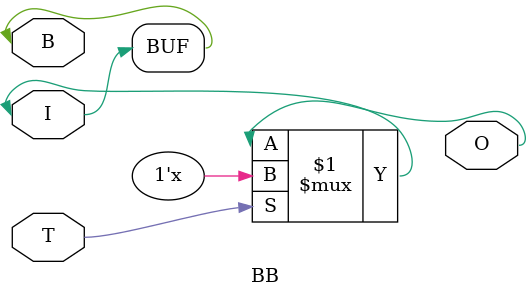
<source format=v>
module BB(input T, I, output O,
	(* iopad_external_pin *) inout B);
	assign B = T ? 1'bz : O;
	assign I = B;
endmodule
</source>
